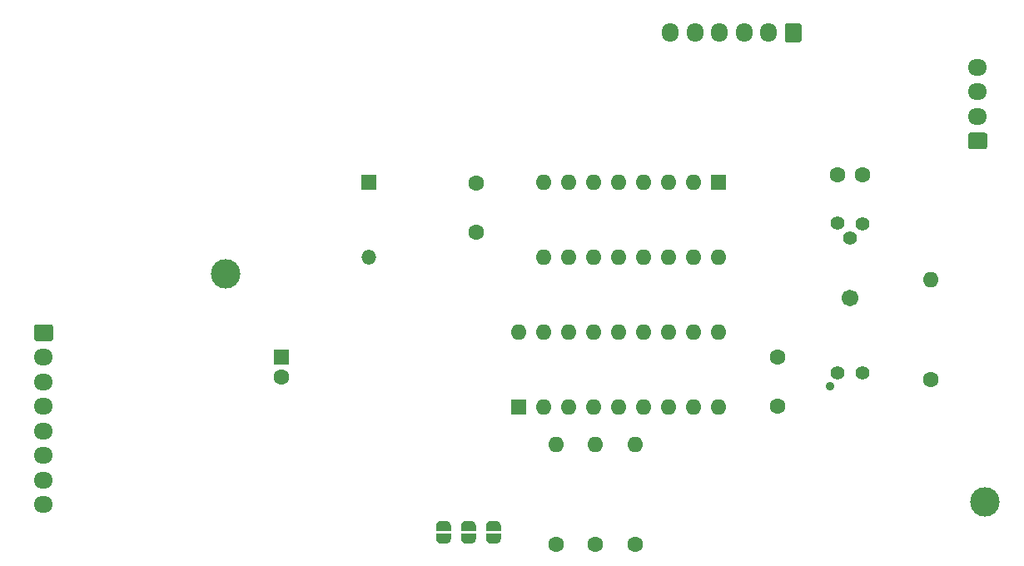
<source format=gbr>
%TF.GenerationSoftware,KiCad,Pcbnew,5.1.10-88a1d61d58~88~ubuntu20.04.1*%
%TF.CreationDate,2021-07-11T16:49:51+02:00*%
%TF.ProjectId,anna_elsa_reel_pcb,616e6e61-5f65-46c7-9361-5f7265656c5f,rev?*%
%TF.SameCoordinates,Original*%
%TF.FileFunction,Soldermask,Top*%
%TF.FilePolarity,Negative*%
%FSLAX46Y46*%
G04 Gerber Fmt 4.6, Leading zero omitted, Abs format (unit mm)*
G04 Created by KiCad (PCBNEW 5.1.10-88a1d61d58~88~ubuntu20.04.1) date 2021-07-11 16:49:51*
%MOMM*%
%LPD*%
G01*
G04 APERTURE LIST*
%ADD10C,1.600000*%
%ADD11C,0.901700*%
%ADD12C,1.701800*%
%ADD13C,1.409700*%
%ADD14O,1.500000X1.500000*%
%ADD15R,1.500000X1.500000*%
%ADD16R,1.600000X1.600000*%
%ADD17C,0.100000*%
%ADD18O,1.600000X1.600000*%
%ADD19O,1.950000X1.700000*%
%ADD20O,1.700000X1.950000*%
%ADD21C,3.000000*%
G04 APERTURE END LIST*
D10*
%TO.C,C4*%
X141000000Y-67250000D03*
X141000000Y-62250000D03*
%TD*%
%TO.C,C1*%
X171688000Y-85010000D03*
X171688000Y-80010000D03*
%TD*%
D11*
%TO.C,U3*%
X177001020Y-82948420D03*
D12*
X179000000Y-74000000D03*
D13*
X177730000Y-66380000D03*
X179000000Y-67850660D03*
X180297940Y-66400320D03*
X180270000Y-81620000D03*
X177760480Y-81599680D03*
%TD*%
D14*
%TO.C,D1*%
X130048000Y-69850000D03*
D15*
X130048000Y-62230000D03*
%TD*%
D10*
%TO.C,C3*%
X121158000Y-82010000D03*
D16*
X121158000Y-80010000D03*
%TD*%
D17*
%TO.C,JP3*%
G36*
X136918602Y-97140000D02*
G01*
X136918602Y-97115466D01*
X136923412Y-97066635D01*
X136932984Y-97018510D01*
X136947228Y-96971555D01*
X136966005Y-96926222D01*
X136989136Y-96882949D01*
X137016396Y-96842150D01*
X137047524Y-96804221D01*
X137082221Y-96769524D01*
X137120150Y-96738396D01*
X137160949Y-96711136D01*
X137204222Y-96688005D01*
X137249555Y-96669228D01*
X137296510Y-96654984D01*
X137344635Y-96645412D01*
X137393466Y-96640602D01*
X137418000Y-96640602D01*
X137418000Y-96640000D01*
X137918000Y-96640000D01*
X137918000Y-96640602D01*
X137942534Y-96640602D01*
X137991365Y-96645412D01*
X138039490Y-96654984D01*
X138086445Y-96669228D01*
X138131778Y-96688005D01*
X138175051Y-96711136D01*
X138215850Y-96738396D01*
X138253779Y-96769524D01*
X138288476Y-96804221D01*
X138319604Y-96842150D01*
X138346864Y-96882949D01*
X138369995Y-96926222D01*
X138388772Y-96971555D01*
X138403016Y-97018510D01*
X138412588Y-97066635D01*
X138417398Y-97115466D01*
X138417398Y-97140000D01*
X138418000Y-97140000D01*
X138418000Y-97640000D01*
X136918000Y-97640000D01*
X136918000Y-97140000D01*
X136918602Y-97140000D01*
G37*
G36*
X138418000Y-97940000D02*
G01*
X138418000Y-98440000D01*
X138417398Y-98440000D01*
X138417398Y-98464534D01*
X138412588Y-98513365D01*
X138403016Y-98561490D01*
X138388772Y-98608445D01*
X138369995Y-98653778D01*
X138346864Y-98697051D01*
X138319604Y-98737850D01*
X138288476Y-98775779D01*
X138253779Y-98810476D01*
X138215850Y-98841604D01*
X138175051Y-98868864D01*
X138131778Y-98891995D01*
X138086445Y-98910772D01*
X138039490Y-98925016D01*
X137991365Y-98934588D01*
X137942534Y-98939398D01*
X137918000Y-98939398D01*
X137918000Y-98940000D01*
X137418000Y-98940000D01*
X137418000Y-98939398D01*
X137393466Y-98939398D01*
X137344635Y-98934588D01*
X137296510Y-98925016D01*
X137249555Y-98910772D01*
X137204222Y-98891995D01*
X137160949Y-98868864D01*
X137120150Y-98841604D01*
X137082221Y-98810476D01*
X137047524Y-98775779D01*
X137016396Y-98737850D01*
X136989136Y-98697051D01*
X136966005Y-98653778D01*
X136947228Y-98608445D01*
X136932984Y-98561490D01*
X136923412Y-98513365D01*
X136918602Y-98464534D01*
X136918602Y-98440000D01*
X136918000Y-98440000D01*
X136918000Y-97940000D01*
X138418000Y-97940000D01*
G37*
%TD*%
%TO.C,JP2*%
G36*
X139458602Y-97140000D02*
G01*
X139458602Y-97115466D01*
X139463412Y-97066635D01*
X139472984Y-97018510D01*
X139487228Y-96971555D01*
X139506005Y-96926222D01*
X139529136Y-96882949D01*
X139556396Y-96842150D01*
X139587524Y-96804221D01*
X139622221Y-96769524D01*
X139660150Y-96738396D01*
X139700949Y-96711136D01*
X139744222Y-96688005D01*
X139789555Y-96669228D01*
X139836510Y-96654984D01*
X139884635Y-96645412D01*
X139933466Y-96640602D01*
X139958000Y-96640602D01*
X139958000Y-96640000D01*
X140458000Y-96640000D01*
X140458000Y-96640602D01*
X140482534Y-96640602D01*
X140531365Y-96645412D01*
X140579490Y-96654984D01*
X140626445Y-96669228D01*
X140671778Y-96688005D01*
X140715051Y-96711136D01*
X140755850Y-96738396D01*
X140793779Y-96769524D01*
X140828476Y-96804221D01*
X140859604Y-96842150D01*
X140886864Y-96882949D01*
X140909995Y-96926222D01*
X140928772Y-96971555D01*
X140943016Y-97018510D01*
X140952588Y-97066635D01*
X140957398Y-97115466D01*
X140957398Y-97140000D01*
X140958000Y-97140000D01*
X140958000Y-97640000D01*
X139458000Y-97640000D01*
X139458000Y-97140000D01*
X139458602Y-97140000D01*
G37*
G36*
X140958000Y-97940000D02*
G01*
X140958000Y-98440000D01*
X140957398Y-98440000D01*
X140957398Y-98464534D01*
X140952588Y-98513365D01*
X140943016Y-98561490D01*
X140928772Y-98608445D01*
X140909995Y-98653778D01*
X140886864Y-98697051D01*
X140859604Y-98737850D01*
X140828476Y-98775779D01*
X140793779Y-98810476D01*
X140755850Y-98841604D01*
X140715051Y-98868864D01*
X140671778Y-98891995D01*
X140626445Y-98910772D01*
X140579490Y-98925016D01*
X140531365Y-98934588D01*
X140482534Y-98939398D01*
X140458000Y-98939398D01*
X140458000Y-98940000D01*
X139958000Y-98940000D01*
X139958000Y-98939398D01*
X139933466Y-98939398D01*
X139884635Y-98934588D01*
X139836510Y-98925016D01*
X139789555Y-98910772D01*
X139744222Y-98891995D01*
X139700949Y-98868864D01*
X139660150Y-98841604D01*
X139622221Y-98810476D01*
X139587524Y-98775779D01*
X139556396Y-98737850D01*
X139529136Y-98697051D01*
X139506005Y-98653778D01*
X139487228Y-98608445D01*
X139472984Y-98561490D01*
X139463412Y-98513365D01*
X139458602Y-98464534D01*
X139458602Y-98440000D01*
X139458000Y-98440000D01*
X139458000Y-97940000D01*
X140958000Y-97940000D01*
G37*
%TD*%
%TO.C,JP1*%
G36*
X141998602Y-97140000D02*
G01*
X141998602Y-97115466D01*
X142003412Y-97066635D01*
X142012984Y-97018510D01*
X142027228Y-96971555D01*
X142046005Y-96926222D01*
X142069136Y-96882949D01*
X142096396Y-96842150D01*
X142127524Y-96804221D01*
X142162221Y-96769524D01*
X142200150Y-96738396D01*
X142240949Y-96711136D01*
X142284222Y-96688005D01*
X142329555Y-96669228D01*
X142376510Y-96654984D01*
X142424635Y-96645412D01*
X142473466Y-96640602D01*
X142498000Y-96640602D01*
X142498000Y-96640000D01*
X142998000Y-96640000D01*
X142998000Y-96640602D01*
X143022534Y-96640602D01*
X143071365Y-96645412D01*
X143119490Y-96654984D01*
X143166445Y-96669228D01*
X143211778Y-96688005D01*
X143255051Y-96711136D01*
X143295850Y-96738396D01*
X143333779Y-96769524D01*
X143368476Y-96804221D01*
X143399604Y-96842150D01*
X143426864Y-96882949D01*
X143449995Y-96926222D01*
X143468772Y-96971555D01*
X143483016Y-97018510D01*
X143492588Y-97066635D01*
X143497398Y-97115466D01*
X143497398Y-97140000D01*
X143498000Y-97140000D01*
X143498000Y-97640000D01*
X141998000Y-97640000D01*
X141998000Y-97140000D01*
X141998602Y-97140000D01*
G37*
G36*
X143498000Y-97940000D02*
G01*
X143498000Y-98440000D01*
X143497398Y-98440000D01*
X143497398Y-98464534D01*
X143492588Y-98513365D01*
X143483016Y-98561490D01*
X143468772Y-98608445D01*
X143449995Y-98653778D01*
X143426864Y-98697051D01*
X143399604Y-98737850D01*
X143368476Y-98775779D01*
X143333779Y-98810476D01*
X143295850Y-98841604D01*
X143255051Y-98868864D01*
X143211778Y-98891995D01*
X143166445Y-98910772D01*
X143119490Y-98925016D01*
X143071365Y-98934588D01*
X143022534Y-98939398D01*
X142998000Y-98939398D01*
X142998000Y-98940000D01*
X142498000Y-98940000D01*
X142498000Y-98939398D01*
X142473466Y-98939398D01*
X142424635Y-98934588D01*
X142376510Y-98925016D01*
X142329555Y-98910772D01*
X142284222Y-98891995D01*
X142240949Y-98868864D01*
X142200150Y-98841604D01*
X142162221Y-98810476D01*
X142127524Y-98775779D01*
X142096396Y-98737850D01*
X142069136Y-98697051D01*
X142046005Y-98653778D01*
X142027228Y-98608445D01*
X142012984Y-98561490D01*
X142003412Y-98513365D01*
X141998602Y-98464534D01*
X141998602Y-98440000D01*
X141998000Y-98440000D01*
X141998000Y-97940000D01*
X143498000Y-97940000D01*
G37*
%TD*%
D18*
%TO.C,R4*%
X157198000Y-88900000D03*
D10*
X157198000Y-99060000D03*
%TD*%
D18*
%TO.C,R3*%
X153148000Y-88900000D03*
D10*
X153148000Y-99060000D03*
%TD*%
D18*
%TO.C,R2*%
X149098000Y-88900000D03*
D10*
X149098000Y-99060000D03*
%TD*%
D18*
%TO.C,U1*%
X165608000Y-69850000D03*
X147828000Y-62230000D03*
X163068000Y-69850000D03*
X150368000Y-62230000D03*
X160528000Y-69850000D03*
X152908000Y-62230000D03*
X157988000Y-69850000D03*
X155448000Y-62230000D03*
X155448000Y-69850000D03*
X157988000Y-62230000D03*
X152908000Y-69850000D03*
X160528000Y-62230000D03*
X150368000Y-69850000D03*
X163068000Y-62230000D03*
X147828000Y-69850000D03*
D16*
X165608000Y-62230000D03*
%TD*%
D10*
%TO.C,C2*%
X177750000Y-61444000D03*
X180250000Y-61444000D03*
%TD*%
D18*
%TO.C,R1*%
X187198000Y-72136000D03*
D10*
X187198000Y-82296000D03*
%TD*%
D18*
%TO.C,U2*%
X145288000Y-77470000D03*
X165608000Y-85090000D03*
X147828000Y-77470000D03*
X163068000Y-85090000D03*
X150368000Y-77470000D03*
X160528000Y-85090000D03*
X152908000Y-77470000D03*
X157988000Y-85090000D03*
X155448000Y-77470000D03*
X155448000Y-85090000D03*
X157988000Y-77470000D03*
X152908000Y-85090000D03*
X160528000Y-77470000D03*
X150368000Y-85090000D03*
X163068000Y-77470000D03*
X147828000Y-85090000D03*
X165608000Y-77470000D03*
D16*
X145288000Y-85090000D03*
%TD*%
D19*
%TO.C,J3*%
X97000000Y-95000000D03*
X97000000Y-92500000D03*
X97000000Y-90000000D03*
X97000000Y-87500000D03*
X97000000Y-85000000D03*
X97000000Y-82500000D03*
X97000000Y-80000000D03*
G36*
G01*
X96275000Y-76650000D02*
X97725000Y-76650000D01*
G75*
G02*
X97975000Y-76900000I0J-250000D01*
G01*
X97975000Y-78100000D01*
G75*
G02*
X97725000Y-78350000I-250000J0D01*
G01*
X96275000Y-78350000D01*
G75*
G02*
X96025000Y-78100000I0J250000D01*
G01*
X96025000Y-76900000D01*
G75*
G02*
X96275000Y-76650000I250000J0D01*
G01*
G37*
%TD*%
D20*
%TO.C,J2*%
X160728000Y-47000000D03*
X163228000Y-47000000D03*
X165728000Y-47000000D03*
X168228000Y-47000000D03*
X170728000Y-47000000D03*
G36*
G01*
X174078000Y-46275000D02*
X174078000Y-47725000D01*
G75*
G02*
X173828000Y-47975000I-250000J0D01*
G01*
X172628000Y-47975000D01*
G75*
G02*
X172378000Y-47725000I0J250000D01*
G01*
X172378000Y-46275000D01*
G75*
G02*
X172628000Y-46025000I250000J0D01*
G01*
X173828000Y-46025000D01*
G75*
G02*
X174078000Y-46275000I0J-250000D01*
G01*
G37*
%TD*%
D19*
%TO.C,J1*%
X192000000Y-50500000D03*
X192000000Y-53000000D03*
X192000000Y-55500000D03*
G36*
G01*
X192725000Y-58850000D02*
X191275000Y-58850000D01*
G75*
G02*
X191025000Y-58600000I0J250000D01*
G01*
X191025000Y-57400000D01*
G75*
G02*
X191275000Y-57150000I250000J0D01*
G01*
X192725000Y-57150000D01*
G75*
G02*
X192975000Y-57400000I0J-250000D01*
G01*
X192975000Y-58600000D01*
G75*
G02*
X192725000Y-58850000I-250000J0D01*
G01*
G37*
%TD*%
D21*
%TO.C,H2*%
X192750000Y-94750000D03*
%TD*%
%TO.C,H1*%
X115500000Y-71500000D03*
%TD*%
M02*

</source>
